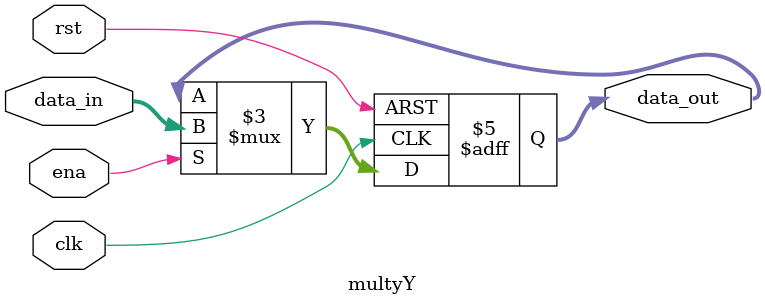
<source format=v>
`timescale 1ns / 1ps


module multyY(
input clk,rst,ena,
input [63:0]data_in,
output reg [63:0] data_out
);

always@(posedge clk or posedge rst )
begin
if (rst)
    data_out <= 0;
else if (ena)
    data_out <= data_in;
else
    data_out <= data_out;
end
endmodule

</source>
